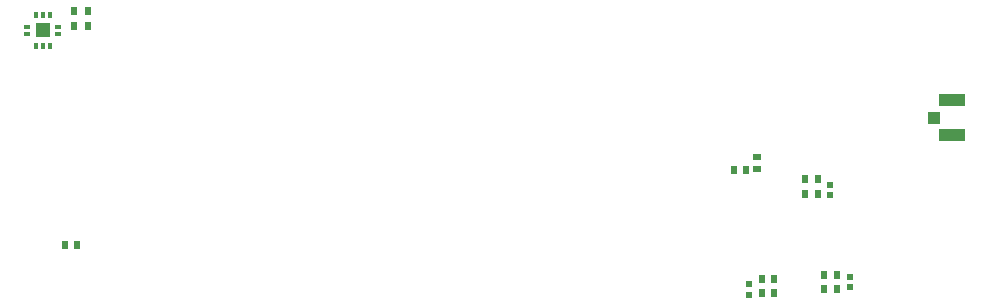
<source format=gbp>
G04*
G04 #@! TF.GenerationSoftware,Altium Limited,Altium NEXUS,3.1.14 (81)*
G04*
G04 Layer_Color=128*
%FSLAX25Y25*%
%MOIN*%
G70*
G04*
G04 #@! TF.SameCoordinates,8D934BE8-6637-419B-8715-06A4025A7093*
G04*
G04*
G04 #@! TF.FilePolarity,Positive*
G04*
G01*
G75*
%ADD27R,0.02165X0.02559*%
%ADD29R,0.02559X0.02165*%
%ADD31R,0.08661X0.04134*%
%ADD32R,0.04134X0.03937*%
%ADD38R,0.02362X0.03150*%
%ADD44R,0.01968X0.01968*%
%ADD167R,0.04724X0.04724*%
%ADD168R,0.01772X0.02480*%
%ADD169R,0.02480X0.01772*%
D27*
X23132Y19100D02*
D03*
X27068D02*
D03*
X246063Y44094D02*
D03*
X250000D02*
D03*
D29*
X253660Y44243D02*
D03*
Y48180D02*
D03*
D31*
X318900Y55610D02*
D03*
Y67224D02*
D03*
D32*
X312896Y61417D02*
D03*
D38*
X30709Y96850D02*
D03*
Y92126D02*
D03*
X25984Y96850D02*
D03*
Y92126D02*
D03*
X274013Y40823D02*
D03*
Y36099D02*
D03*
X269913Y40823D02*
D03*
Y36099D02*
D03*
X259414Y7709D02*
D03*
Y2984D02*
D03*
X255314Y7709D02*
D03*
Y2984D02*
D03*
X280315Y9055D02*
D03*
Y4331D02*
D03*
X275984Y9055D02*
D03*
Y4331D02*
D03*
D44*
X278013Y35508D02*
D03*
Y39051D02*
D03*
X251214Y2475D02*
D03*
Y6018D02*
D03*
X284646Y4921D02*
D03*
Y8465D02*
D03*
D167*
X15750Y90552D02*
D03*
D168*
X18112Y95749D02*
D03*
X15750D02*
D03*
X13387D02*
D03*
Y85355D02*
D03*
X15750D02*
D03*
X18112D02*
D03*
D169*
X10553Y91733D02*
D03*
Y89371D02*
D03*
X20946D02*
D03*
Y91733D02*
D03*
M02*

</source>
